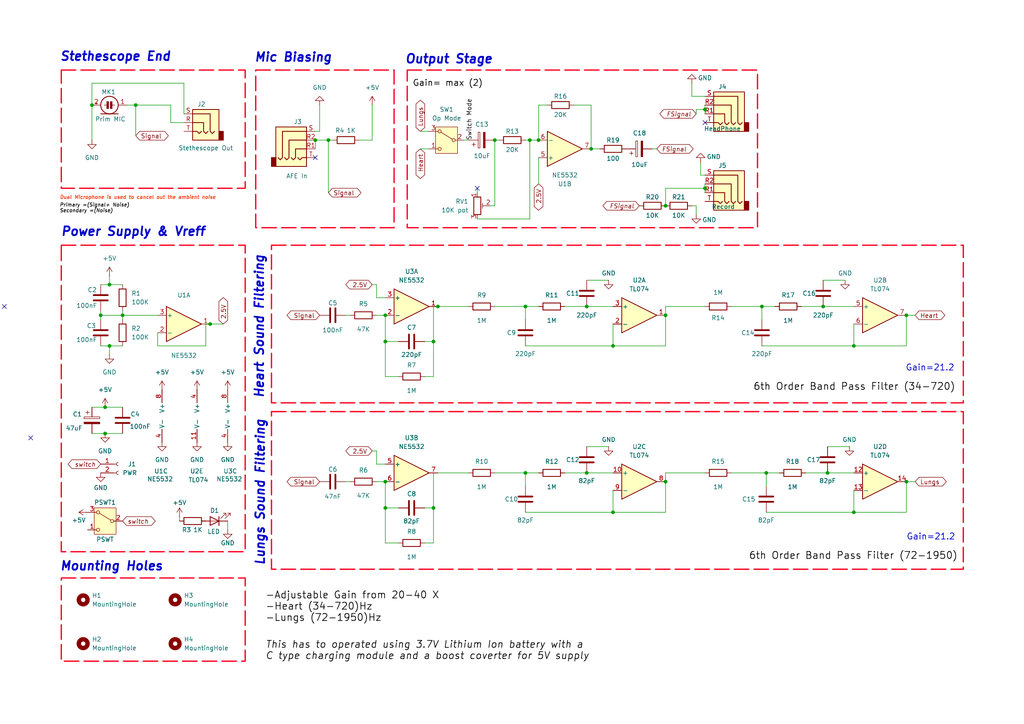
<source format=kicad_sch>
(kicad_sch (version 20231120) (generator "eeschema") (generator_version "8.0")
  (paper "A4")
  (title_block (title "Digital Stethescope") (date "2025-06-12") (rev "1.0") (company "Shreenandan Sahu"))
  (lib_symbols
    (symbol "Amplifier_Operational:NE5532" (pin_names (offset 0.127))
      (property "Reference" "U" (at 0 5.08 0))
      (property "Value" "NE5532" (at 0 -5.08 0))
      (symbol "NE5532_1_1"
        (polyline (pts (xy -5.08 5.08) (xy 5.08 0) (xy -5.08 -5.08) (xy -5.08 5.08)) (stroke (width 0.254)) (fill (type background)))
        (pin output line (at 7.62 0 180) (length 2.54) (name "~") (number "1"))
        (pin input line (at -7.62 -2.54 0) (length 2.54) (name "-") (number "2"))
        (pin input line (at -7.62 2.54 0) (length 2.54) (name "+") (number "3"))
      )
      (symbol "NE5532_2_1"
        (polyline (pts (xy -5.08 5.08) (xy 5.08 0) (xy -5.08 -5.08) (xy -5.08 5.08)) (stroke (width 0.254)) (fill (type background)))
        (pin input line (at -7.62 2.54 0) (length 2.54) (name "+") (number "5"))
        (pin input line (at -7.62 -2.54 0) (length 2.54) (name "-") (number "6"))
        (pin output line (at 7.62 0 180) (length 2.54) (name "~") (number "7"))
      )
      (symbol "NE5532_3_1"
        (pin power_in line (at -2.54 -7.62 90) (length 3.81) (name "V-") (number "4"))
        (pin power_in line (at -2.54 7.62 270) (length 3.81) (name "V+") (number "8"))
      )
    )
    (symbol "Amplifier_Operational:TL074" (pin_names (offset 0.127))
      (property "Reference" "U" (at 0 5.08 0))
      (property "Value" "TL074" (at 0 -5.08 0))
      (symbol "TL074_1_1"
        (polyline (pts (xy -5.08 5.08) (xy 5.08 0) (xy -5.08 -5.08) (xy -5.08 5.08)) (stroke (width 0.254)) (fill (type background)))
        (pin output line (at 7.62 0 180) (length 2.54) (name "~") (number "1"))
        (pin input line (at -7.62 -2.54 0) (length 2.54) (name "-") (number "2"))
        (pin input line (at -7.62 2.54 0) (length 2.54) (name "+") (number "3"))
      )
      (symbol "TL074_2_1"
        (polyline (pts (xy -5.08 5.08) (xy 5.08 0) (xy -5.08 -5.08) (xy -5.08 5.08)) (stroke (width 0.254)) (fill (type background)))
        (pin input line (at -7.62 2.54 0) (length 2.54) (name "+") (number "5"))
        (pin input line (at -7.62 -2.54 0) (length 2.54) (name "-") (number "6"))
        (pin output line (at 7.62 0 180) (length 2.54) (name "~") (number "7"))
      )
      (symbol "TL074_3_1"
        (polyline (pts (xy -5.08 5.08) (xy 5.08 0) (xy -5.08 -5.08) (xy -5.08 5.08)) (stroke (width 0.254)) (fill (type background)))
        (pin input line (at -7.62 2.54 0) (length 2.54) (name "+") (number "10"))
        (pin output line (at 7.62 0 180) (length 2.54) (name "~") (number "8"))
        (pin input line (at -7.62 -2.54 0) (length 2.54) (name "-") (number "9"))
      )
      (symbol "TL074_4_1"
        (polyline (pts (xy -5.08 5.08) (xy 5.08 0) (xy -5.08 -5.08) (xy -5.08 5.08)) (stroke (width 0.254)) (fill (type background)))
        (pin input line (at -7.62 2.54 0) (length 2.54) (name "+") (number "12"))
        (pin input line (at -7.62 -2.54 0) (length 2.54) (name "-") (number "13"))
        (pin output line (at 7.62 0 180) (length 2.54) (name "~") (number "14"))
      )
      (symbol "TL074_5_1"
        (pin power_in line (at -2.54 -7.62 90) (length 3.81) (name "V-") (number "11"))
        (pin power_in line (at -2.54 7.62 270) (length 3.81) (name "V+") (number "4"))
      )
    )
    (symbol "Connector:Conn_01x02_Socket" (pin_names (offset 1.016) hide)
      (property "Reference" "J" (at 0 2.54 0))
      (property "Value" "Conn_01x02_Socket" (at 0 -5.08 0))
      (symbol "Conn_01x02_Socket_1_1"
        (arc (start 0 -2.032) (mid -0.5058 -2.54) (end 0 -3.048) (stroke (width 0.1524)))
        (polyline (pts (xy -1.27 -2.54) (xy -0.508 -2.54)) (stroke (width 0.1524)))
        (polyline (pts (xy -1.27 0) (xy -0.508 0)) (stroke (width 0.1524)))
        (arc (start 0 0.508) (mid -0.5058 0) (end 0 -0.508) (stroke (width 0.1524)))
        (pin passive line (at -5.08 0 0) (length 3.81) (name "Pin_1") (number "1"))
        (pin passive line (at -5.08 -2.54 0) (length 3.81) (name "Pin_2") (number "2"))
      )
    )
    (symbol "Connector_Audio:AudioJack3"
      (property "Reference" "J" (at 0 8.89 0))
      (property "Value" "AudioJack3" (at 0 6.35 0))
      (symbol "AudioJack3_0_1"
        (rectangle (start -5.08 -5.08) (end -6.35 -2.54) (stroke (width 0.254)) (fill (type outline)))
        (polyline (pts (xy 0 -2.54) (xy 0.635 -3.175) (xy 1.27 -2.54) (xy 2.54 -2.54)) (stroke (width 0.254)))
        (polyline (pts (xy -1.905 -2.54) (xy -1.27 -3.175) (xy -0.635 -2.54) (xy -0.635 0) (xy 2.54 0)) (stroke (width 0.254)))
        (polyline (pts (xy 2.54 2.54) (xy -2.54 2.54) (xy -2.54 -2.54) (xy -3.175 -3.175) (xy -3.81 -2.54)) (stroke (width 0.254)))
        (rectangle (start 2.54 3.81) (end -5.08 -5.08) (stroke (width 0.254)) (fill (type background)))
      )
      (symbol "AudioJack3_1_1"
        (pin passive line (at 5.08 0 180) (length 2.54) (name "~") (number "R"))
        (pin passive line (at 5.08 2.54 180) (length 2.54) (name "~") (number "S"))
        (pin passive line (at 5.08 -2.54 180) (length 2.54) (name "~") (number "T"))
      )
    )
    (symbol "Connector_Audio:AudioJack4"
      (property "Reference" "J" (at 0 8.89 0))
      (property "Value" "AudioJack4" (at 0 6.35 0))
      (symbol "AudioJack4_0_1"
        (rectangle (start -6.35 -5.08) (end -7.62 -7.62) (stroke (width 0.254)) (fill (type outline)))
        (polyline (pts (xy 0 -5.08) (xy 0.635 -5.715) (xy 1.27 -5.08) (xy 2.54 -5.08)) (stroke (width 0.254)))
        (polyline (pts (xy -5.715 -5.08) (xy -5.08 -5.715) (xy -4.445 -5.08) (xy -4.445 2.54) (xy 2.54 2.54)) (stroke (width 0.254)))
        (polyline (pts (xy -1.905 -5.08) (xy -1.27 -5.715) (xy -0.635 -5.08) (xy -0.635 -2.54) (xy 2.54 -2.54)) (stroke (width 0.254)))
        (polyline (pts (xy 2.54 0) (xy -2.54 0) (xy -2.54 -5.08) (xy -3.175 -5.715) (xy -3.81 -5.08)) (stroke (width 0.254)))
        (rectangle (start 2.54 3.81) (end -6.35 -7.62) (stroke (width 0.254)) (fill (type background)))
      )
      (symbol "AudioJack4_1_1"
        (pin passive line (at 5.08 -2.54 180) (length 2.54) (name "~") (number "R1"))
        (pin passive line (at 5.08 0 180) (length 2.54) (name "~") (number "R2"))
        (pin passive line (at 5.08 2.54 180) (length 2.54) (name "~") (number "S"))
        (pin passive line (at 5.08 -5.08 180) (length 2.54) (name "~") (number "T"))
      )
    )
    (symbol "Device:C" (pin_numbers hide) (pin_names (offset 0.254))
      (property "Reference" "C" (at 0.635 2.54 0))
      (property "Value" "C" (at 0.635 -2.54 0))
      (symbol "C_0_1"
        (polyline (pts (xy -2.032 -0.762) (xy 2.032 -0.762)) (stroke (width 0.508)))
        (polyline (pts (xy -2.032 0.762) (xy 2.032 0.762)) (stroke (width 0.508)))
      )
      (symbol "C_1_1"
        (pin passive line (at 0 3.81 270) (length 2.794) (name "~") (number "1"))
        (pin passive line (at 0 -3.81 90) (length 2.794) (name "~") (number "2"))
      )
    )
    (symbol "Device:C_Polarized" (pin_numbers hide) (pin_names (offset 0.254))
      (property "Reference" "C" (at 0.635 2.54 0))
      (property "Value" "C_Polarized" (at 0.635 -2.54 0))
      (symbol "C_Polarized_0_1"
        (rectangle (start -2.286 0.508) (end 2.286 1.016))
        (polyline (pts (xy -1.778 2.286) (xy -0.762 2.286)))
        (polyline (pts (xy -1.27 2.794) (xy -1.27 1.778)))
        (rectangle (start 2.286 -0.508) (end -2.286 -1.016) (fill (type outline)))
      )
      (symbol "C_Polarized_1_1"
        (pin passive line (at 0 3.81 270) (length 2.794) (name "~") (number "1"))
        (pin passive line (at 0 -3.81 90) (length 2.794) (name "~") (number "2"))
      )
    )
    (symbol "Device:LED" (pin_numbers hide) (pin_names (offset 1.016) hide)
      (property "Reference" "D" (at 0 2.54 0))
      (property "Value" "LED" (at 0 -2.54 0))
      (symbol "LED_0_1"
        (polyline (pts (xy -1.27 -1.27) (xy -1.27 1.27)) (stroke (width 0.254)))
        (polyline (pts (xy -1.27 0) (xy 1.27 0)))
        (polyline (pts (xy 1.27 -1.27) (xy 1.27 1.27) (xy -1.27 0) (xy 1.27 -1.27)) (stroke (width 0.254)))
        (polyline (pts (xy -3.048 -0.762) (xy -4.572 -2.286) (xy -3.81 -2.286) (xy -4.572 -2.286) (xy -4.572 -1.524)))
        (polyline (pts (xy -1.778 -0.762) (xy -3.302 -2.286) (xy -2.54 -2.286) (xy -3.302 -2.286) (xy -3.302 -1.524)))
      )
      (symbol "LED_1_1"
        (pin passive line (at -3.81 0 0) (length 2.54) (name "K") (number "1"))
        (pin passive line (at 3.81 0 180) (length 2.54) (name "A") (number "2"))
      )
    )
    (symbol "Device:Microphone_Condenser" (pin_names (offset 0.0254) hide)
      (property "Reference" "MK" (at -3.302 1.27 0))
      (property "Value" "Microphone_Condenser" (at -3.302 -0.635 0))
      (symbol "Microphone_Condenser_0_1"
        (polyline (pts (xy -2.54 2.54) (xy -2.54 -2.54)) (stroke (width 0.254)))
        (polyline (pts (xy 0 -0.762) (xy 0 -1.524)))
        (polyline (pts (xy 0 0.762) (xy 0 1.524)))
        (polyline (pts (xy 0.254 3.81) (xy 0.762 3.81)))
        (polyline (pts (xy 0.508 4.064) (xy 0.508 3.556)))
        (circle (center 0 0) (radius 2.54) (stroke (width 0.254)))
        (rectangle (start 1.016 -0.254) (end -1.016 -0.762) (fill (type outline)))
        (rectangle (start 1.016 0.762) (end -1.016 0.254) (fill (type outline)))
      )
      (symbol "Microphone_Condenser_1_1"
        (pin passive line (at 0 -5.08 90) (length 2.54) (name "-") (number "1"))
        (pin passive line (at 0 5.08 270) (length 2.54) (name "+") (number "2"))
      )
    )
    (symbol "Device:R" (pin_numbers hide) (pin_names (offset 0))
      (property "Reference" "R" (at 2.032 0 90))
      (property "Value" "R" (at 0 0 90))
      (symbol "R_0_1"
        (rectangle (start -1.016 -2.54) (end 1.016 2.54) (stroke (width 0.254)))
      )
      (symbol "R_1_1"
        (pin passive line (at 0 3.81 270) (length 1.27) (name "~") (number "1"))
        (pin passive line (at 0 -3.81 90) (length 1.27) (name "~") (number "2"))
      )
    )
    (symbol "Device:R_Potentiometer_Trim" (pin_names (offset 1.016) hide)
      (property "Reference" "RV" (at -4.445 0 90))
      (property "Value" "R_Potentiometer_Trim" (at -2.54 0 90))
      (symbol "R_Potentiometer_Trim_0_1"
        (polyline (pts (xy 1.524 0.762) (xy 1.524 -0.762)))
        (polyline (pts (xy 2.54 0) (xy 1.524 0)))
        (rectangle (start 1.016 2.54) (end -1.016 -2.54) (stroke (width 0.254)))
      )
      (symbol "R_Potentiometer_Trim_1_1"
        (pin passive line (at 0 3.81 270) (length 1.27) (name "1") (number "1"))
        (pin passive line (at 3.81 0 180) (length 1.27) (name "2") (number "2"))
        (pin passive line (at 0 -3.81 90) (length 1.27) (name "3") (number "3"))
      )
    )
    (symbol "Mechanical:MountingHole" (pin_names (offset 1.016)) (exclude_from_sim yes) (in_bom no)
      (property "Reference" "H" (at 0 5.08 0))
      (property "Value" "MountingHole" (at 0 3.175 0))
      (symbol "MountingHole_0_1"
        (circle (center 0 0) (radius 1.27) (stroke (width 1.27)))
      )
    )
    (symbol "Switch:SW_SPDT_321" (pin_names (offset 1) hide)
      (property "Reference" "SW" (at 0 5.08 0))
      (property "Value" "SW_SPDT_321" (at 0 -5.08 0))
      (symbol "SW_SPDT_321_0_1"
        (circle (center -2.032 0) (radius 0.4572))
        (polyline (pts (xy -1.651 0.254) (xy 1.651 2.286)))
        (circle (center 2.032 -2.54) (radius 0.4572))
        (circle (center 2.032 2.54) (radius 0.4572))
      )
      (symbol "SW_SPDT_321_1_1"
        (rectangle (start -3.175 3.81) (end 3.175 -3.81) (fill (type background)))
        (pin passive line (at 5.08 -2.54 180) (length 2.54) (name "C") (number "1"))
        (pin passive line (at -5.08 0 0) (length 2.54) (name "B") (number "2"))
        (pin passive line (at 5.08 2.54 180) (length 2.54) (name "A") (number "3"))
      )
    )
    (symbol "power:+5V" (power) (pin_numbers hide) (pin_names (offset 0) hide)
      (property "Value" "+5V" (at 0 3.556 0))
      (symbol "+5V_0_1"
        (polyline (pts (xy -0.762 1.27) (xy 0 2.54)))
        (polyline (pts (xy 0 0) (xy 0 2.54)))
        (polyline (pts (xy 0 2.54) (xy 0.762 1.27)))
      )
      (symbol "+5V_1_1"
        (pin power_in line (at 0 0 90) (length 0) (name "~") (number "1"))
      )
    )
    (symbol "power:GND" (power) (pin_numbers hide) (pin_names (offset 0) hide)
      (property "Value" "GND" (at 0 -3.81 0))
      (symbol "GND_0_1"
        (polyline (pts (xy 0 0) (xy 0 -1.27) (xy 1.27 -1.27) (xy 0 -2.54) (xy -1.27 -1.27) (xy 0 -1.27)))
      )
      (symbol "GND_1_1"
        (pin power_in line (at 0 0 270) (length 0) (name "~") (number "1"))
      )
    )
  )
  (junction (at 111.76 139.7))
  (junction (at 111.76 99.06))
  (junction (at 177.8 100.33))
  (junction (at 143.51 40.64))
  (junction (at 30.48 118.11))
  (junction (at 26.67 30.48))
  (junction (at 156.21 40.64))
  (junction (at 31.75 82.55))
  (junction (at 95.25 40.64))
  (junction (at 238.76 88.9))
  (junction (at 240.03 137.16))
  (junction (at 152.4 137.16))
  (junction (at 39.37 30.48))
  (junction (at 170.18 88.9))
  (junction (at 30.48 125.73))
  (junction (at 125.73 99.06))
  (junction (at 262.89 91.44))
  (junction (at 204.47 31.75))
  (junction (at 153.67 40.64))
  (junction (at 193.04 139.7))
  (junction (at 91.44 40.64))
  (junction (at 29.21 91.44))
  (junction (at 204.47 54.61))
  (junction (at 247.65 100.33))
  (junction (at 35.56 91.44))
  (junction (at 220.98 88.9))
  (junction (at 152.4 88.9))
  (junction (at 111.76 91.44))
  (junction (at 247.65 148.59))
  (junction (at 31.75 100.33))
  (junction (at 111.76 147.32))
  (junction (at 193.04 59.69))
  (junction (at 170.18 137.16))
  (junction (at 177.8 148.59))
  (junction (at 262.89 139.7))
  (junction (at 193.04 91.44))
  (junction (at 171.45 43.18))
  (junction (at 60.96 93.98))
  (junction (at 125.73 147.32))
  (junction (at 127 88.9))
  (junction (at 222.25 137.16))
  (no_connect (at 1.27 88.9))
  (no_connect (at 91.44 45.72))
  (no_connect (at 204.47 35.56))
  (no_connect (at 8.89 127))
  (no_connect (at 138.43 54.61))
  (wire (pts (xy 31.75 80.01) (xy 31.75 82.55)))
  (wire (pts (xy 35.56 91.44) (xy 45.72 91.44)))
  (wire (pts (xy 30.48 118.11) (xy 35.56 118.11)))
  (wire (pts (xy 152.4 137.16) (xy 152.4 140.97)))
  (wire (pts (xy 204.47 137.16) (xy 193.04 137.16)))
  (wire (pts (xy 170.18 88.9) (xy 163.83 88.9)))
  (wire (pts (xy 201.93 33.02) (xy 201.93 31.75)))
  (wire (pts (xy 49.53 30.48) (xy 49.53 35.56)))
  (wire (pts (xy 262.89 139.7) (xy 265.43 139.7)))
  (wire (pts (xy 166.37 30.48) (xy 171.45 30.48)))
  (wire (pts (xy 247.65 148.59) (xy 247.65 142.24)))
  (wire (pts (xy 31.75 82.55) (xy 35.56 82.55)))
  (wire (pts (xy 36.83 30.48) (xy 39.37 30.48)))
  (wire (pts (xy 26.67 30.48) (xy 26.67 24.13)))
  (wire (pts (xy 262.89 139.7) (xy 262.89 148.59)))
  (wire (pts (xy 45.72 96.52) (xy 45.72 100.33)))
  (wire (pts (xy 59.69 100.33) (xy 59.69 93.98)))
  (wire (pts (xy 138.43 54.61) (xy 138.43 55.88)))
  (wire (pts (xy 109.22 91.44) (xy 111.76 91.44)))
  (wire (pts (xy 107.95 30.48) (xy 107.95 40.64)))
  (wire (pts (xy 170.18 81.28) (xy 176.53 81.28)))
  (wire (pts (xy 171.45 30.48) (xy 171.45 43.18)))
  (wire (pts (xy 115.57 157.48) (xy 111.76 157.48)))
  (wire (pts (xy 109.22 139.7) (xy 111.76 139.7)))
  (wire (pts (xy 101.6 91.44) (xy 100.33 91.44)))
  (wire (pts (xy 170.18 137.16) (xy 177.8 137.16)))
  (wire (pts (xy 224.79 88.9) (xy 220.98 88.9)))
  (wire (pts (xy 220.98 88.9) (xy 212.09 88.9)))
  (wire (pts (xy 170.18 88.9) (xy 177.8 88.9)))
  (wire (pts (xy 203.2 46.99) (xy 203.2 50.8)))
  (wire (pts (xy 26.67 40.64) (xy 26.67 30.48)))
  (wire (pts (xy 26.67 118.11) (xy 30.48 118.11)))
  (wire (pts (xy 134.62 40.64) (xy 135.89 40.64)))
  (wire (pts (xy 125.73 147.32) (xy 125.73 137.16)))
  (wire (pts (xy 115.57 147.32) (xy 111.76 147.32)))
  (wire (pts (xy 121.92 43.18) (xy 124.46 43.18)))
  (wire (pts (xy 238.76 88.9) (xy 232.41 88.9)))
  (wire (pts (xy 109.22 130.81) (xy 107.95 130.81)))
  (wire (pts (xy 143.51 40.64) (xy 143.51 59.69)))
  (wire (pts (xy 95.25 55.88) (xy 95.25 40.64)))
  (wire (pts (xy 31.75 100.33) (xy 31.75 102.87)))
  (wire (pts (xy 193.04 137.16) (xy 193.04 139.7)))
  (wire (pts (xy 177.8 100.33) (xy 193.04 100.33)))
  (wire (pts (xy 201.93 59.69) (xy 201.93 62.23)))
  (wire (pts (xy 109.22 82.55) (xy 107.95 82.55)))
  (wire (pts (xy 29.21 91.44) (xy 29.21 92.71)))
  (wire (pts (xy 109.22 82.55) (xy 109.22 86.36)))
  (wire (pts (xy 156.21 88.9) (xy 152.4 88.9)))
  (wire (pts (xy 125.73 157.48) (xy 125.73 147.32)))
  (wire (pts (xy 204.47 53.34) (xy 204.47 54.61)))
  (wire (pts (xy 35.56 91.44) (xy 35.56 92.71)))
  (wire (pts (xy 143.51 137.16) (xy 152.4 137.16)))
  (wire (pts (xy 156.21 45.72) (xy 156.21 53.34)))
  (wire (pts (xy 125.73 99.06) (xy 125.73 88.9)))
  (wire (pts (xy 233.68 137.16) (xy 240.03 137.16)))
  (wire (pts (xy 152.4 88.9) (xy 143.51 88.9)))
  (wire (pts (xy 158.75 30.48) (xy 156.21 30.48)))
  (wire (pts (xy 142.24 59.69) (xy 143.51 59.69)))
  (wire (pts (xy 200.66 24.13) (xy 200.66 27.94)))
  (wire (pts (xy 204.47 31.75) (xy 204.47 33.02)))
  (wire (pts (xy 240.03 137.16) (xy 247.65 137.16)))
  (wire (pts (xy 238.76 81.28) (xy 245.11 81.28)))
  (wire (pts (xy 115.57 99.06) (xy 111.76 99.06)))
  (wire (pts (xy 203.2 50.8) (xy 204.47 50.8)))
  (wire (pts (xy 189.23 43.18) (xy 190.5 43.18)))
  (wire (pts (xy 52.07 149.86) (xy 52.07 151.13)))
  (wire (pts (xy 212.09 137.16) (xy 222.25 137.16)))
  (wire (pts (xy 123.19 99.06) (xy 125.73 99.06)))
  (wire (pts (xy 204.47 54.61) (xy 193.04 54.61)))
  (wire (pts (xy 171.45 43.18) (xy 173.99 43.18)))
  (wire (pts (xy 204.47 88.9) (xy 193.04 88.9)))
  (wire (pts (xy 262.89 91.44) (xy 262.89 100.33)))
  (wire (pts (xy 193.04 148.59) (xy 177.8 148.59)))
  (wire (pts (xy 123.19 109.22) (xy 125.73 109.22)))
  (wire (pts (xy 152.4 40.64) (xy 153.67 40.64)))
  (wire (pts (xy 111.76 99.06) (xy 111.76 109.22)))
  (wire (pts (xy 200.66 27.94) (xy 204.47 27.94)))
  (wire (pts (xy 45.72 100.33) (xy 59.69 100.33)))
  (wire (pts (xy 91.44 40.64) (xy 91.44 43.18)))
  (wire (pts (xy 177.8 148.59) (xy 177.8 142.24)))
  (wire (pts (xy 121.92 38.1) (xy 124.46 38.1)))
  (wire (pts (xy 193.04 88.9) (xy 193.04 91.44)))
  (wire (pts (xy 29.21 90.17) (xy 29.21 91.44)))
  (wire (pts (xy 92.71 38.1) (xy 91.44 38.1)))
  (wire (pts (xy 26.67 125.73) (xy 30.48 125.73)))
  (wire (pts (xy 49.53 35.56) (xy 53.34 35.56)))
  (wire (pts (xy 153.67 40.64) (xy 153.67 63.5)))
  (wire (pts (xy 59.69 93.98) (xy 60.96 93.98)))
  (wire (pts (xy 29.21 100.33) (xy 31.75 100.33)))
  (wire (pts (xy 262.89 100.33) (xy 247.65 100.33)))
  (wire (pts (xy 125.73 109.22) (xy 125.73 99.06)))
  (wire (pts (xy 39.37 30.48) (xy 49.53 30.48)))
  (wire (pts (xy 240.03 129.54) (xy 246.38 129.54)))
  (wire (pts (xy 193.04 100.33) (xy 193.04 91.44)))
  (wire (pts (xy 29.21 82.55) (xy 31.75 82.55)))
  (wire (pts (xy 91.44 40.64) (xy 95.25 40.64)))
  (wire (pts (xy 152.4 137.16) (xy 156.21 137.16)))
  (wire (pts (xy 92.71 30.48) (xy 92.71 38.1)))
  (wire (pts (xy 109.22 134.62) (xy 111.76 134.62)))
  (wire (pts (xy 95.25 40.64) (xy 96.52 40.64)))
  (wire (pts (xy 222.25 137.16) (xy 226.06 137.16)))
  (wire (pts (xy 201.93 31.75) (xy 204.47 31.75)))
  (wire (pts (xy 60.96 93.98) (xy 64.77 93.98)))
  (wire (pts (xy 26.67 24.13) (xy 53.34 24.13)))
  (wire (pts (xy 222.25 137.16) (xy 222.25 140.97)))
  (wire (pts (xy 152.4 148.59) (xy 177.8 148.59)))
  (wire (pts (xy 262.89 148.59) (xy 247.65 148.59)))
  (wire (pts (xy 109.22 86.36) (xy 111.76 86.36)))
  (wire (pts (xy 31.75 100.33) (xy 35.56 100.33)))
  (wire (pts (xy 143.51 40.64) (xy 144.78 40.64)))
  (wire (pts (xy 39.37 30.48) (xy 39.37 39.37)))
  (wire (pts (xy 127 137.16) (xy 135.89 137.16)))
  (wire (pts (xy 109.22 130.81) (xy 109.22 134.62)))
  (wire (pts (xy 152.4 100.33) (xy 177.8 100.33)))
  (wire (pts (xy 53.34 24.13) (xy 53.34 33.02)))
  (wire (pts (xy 156.21 30.48) (xy 156.21 40.64)))
  (wire (pts (xy 58.42 151.13) (xy 59.69 151.13)))
  (wire (pts (xy 204.47 54.61) (xy 204.47 55.88)))
  (wire (pts (xy 111.76 91.44) (xy 111.76 99.06)))
  (wire (pts (xy 262.89 91.44) (xy 265.43 91.44)))
  (wire (pts (xy 204.47 30.48) (xy 204.47 31.75)))
  (wire (pts (xy 29.21 91.44) (xy 35.56 91.44)))
  (wire (pts (xy 115.57 109.22) (xy 111.76 109.22)))
  (wire (pts (xy 66.04 153.67) (xy 66.04 151.13)))
  (wire (pts (xy 222.25 148.59) (xy 247.65 148.59)))
  (wire (pts (xy 201.93 59.69) (xy 200.66 59.69)))
  (wire (pts (xy 152.4 92.71) (xy 152.4 88.9)))
  (wire (pts (xy 220.98 100.33) (xy 247.65 100.33)))
  (wire (pts (xy 125.73 88.9) (xy 127 88.9)))
  (wire (pts (xy 135.89 88.9) (xy 127 88.9)))
  (wire (pts (xy 104.14 40.64) (xy 107.95 40.64)))
  (wire (pts (xy 220.98 92.71) (xy 220.98 88.9)))
  (wire (pts (xy 35.56 90.17) (xy 35.56 91.44)))
  (wire (pts (xy 30.48 125.73) (xy 35.56 125.73)))
  (wire (pts (xy 138.43 63.5) (xy 153.67 63.5)))
  (wire (pts (xy 123.19 147.32) (xy 125.73 147.32)))
  (wire (pts (xy 111.76 139.7) (xy 111.76 147.32)))
  (wire (pts (xy 177.8 93.98) (xy 177.8 100.33)))
  (wire (pts (xy 163.83 137.16) (xy 170.18 137.16)))
  (wire (pts (xy 170.18 129.54) (xy 176.53 129.54)))
  (wire (pts (xy 193.04 139.7) (xy 193.04 148.59)))
  (wire (pts (xy 247.65 93.98) (xy 247.65 100.33)))
  (wire (pts (xy 153.67 40.64) (xy 156.21 40.64)))
  (wire (pts (xy 238.76 88.9) (xy 247.65 88.9)))
  (wire (pts (xy 101.6 139.7) (xy 100.33 139.7)))
  (wire (pts (xy 193.04 54.61) (xy 193.04 59.69)))
  (wire (pts (xy 111.76 147.32) (xy 111.76 157.48)))
  (wire (pts (xy 123.19 157.48) (xy 125.73 157.48)))
  (rectangle (start 78.74 119.38) (end 279.4 165.1) (stroke (width 0.381) (type dash) (color 255 0 32 1)))
  (rectangle (start 17.78 71.12) (end 71.12 160.02) (stroke (width 0.381) (type dash) (color 255 0 32 1)))
  (rectangle (start 78.74 71.12) (end 279.4 116.84) (stroke (width 0.381) (type dash) (color 255 0 32 1)))
  (rectangle (start 74.168 20.32) (end 114.3 66.04) (stroke (width 0.381) (type dash) (color 255 0 32 1)))
  (rectangle (start 118.11 20.32) (end 219.71 66.04) (stroke (width 0.381) (type dash) (color 255 0 32 1)))
  (rectangle (start 17.78 20.32) (end 71.12 54.61) (stroke (width 0.381) (type dash) (color 255 0 32 1)))
  (rectangle (start 17.78 167.64) (end 71.12 191.77) (stroke (width 0.381) (type dash) (color 255 0 32 1)))
  (text "Heart Sound Filtering\n" (at 75.184 115.824 90) (effects (font (size 2.54 2.54) (thickness 0.508) (bold yes) (italic yes)) (justify left)))
  (text "This has to operated using 3.7V Lithium Ion battery with a\nC type charging module and a boost coverter for 5V supply" (at 76.962 188.722 0) (effects (font (size 2.032 2.032) (thickness 0.2032) (bold yes) (italic yes)) (justify left)))
  (text "Gain= max (2)\n\n" (at 119.634 25.654 0) (effects (font (size 1.778 1.778) (thickness 0.2032) (bold yes)) (justify left)))
  (text "Mounting Holes" (at 17.272 164.338 0) (effects (font (size 2.54 2.54) (thickness 0.508) (bold yes) (italic yes)) (justify left)))
  (text "Gain=21.2\n\n" (at 262.636 108.204 0) (effects (font (size 1.778 1.778) (thickness 0.2032) (bold yes)) (justify left)))
  (text "6th Order Band Pass Filter (72-1950)" (at 217.17 161.29 0) (effects (font (size 2.032 2.032) (thickness 0.2032) (bold yes)) (justify left)))
  (text "Primary =(Signal+ Noise)\nSecondary =(Noise)" (at 17.272 60.452 0) (effects (font (size 1.016 1.016) (italic yes)) (justify left)))
  (text "6th Order Band Pass Filter (34-720)" (at 218.44 112.268 0) (effects (font (size 2.032 2.032) (thickness 0.2032) (bold yes)) (justify left)))
  (text "Output Stage" (at 117.348 17.272 0) (effects (font (size 2.54 2.54) (thickness 0.508) (bold yes) (italic yes)) (justify left)))
  (text "Lungs Sound Filtering\n" (at 75.438 164.338 90) (effects (font (size 2.54 2.54) (thickness 0.508) (bold yes) (italic yes)) (justify left)))
  (text "Stethescope End\n" (at 17.272 16.51 0) (effects (font (size 2.54 2.54) (thickness 0.508) (bold yes) (italic yes)) (justify left)))
  (text "Power Supply & Vreff\n" (at 17.526 67.31 0) (effects (font (size 2.54 2.54) (thickness 0.508) (bold yes) (italic yes)) (justify left)))
  (text "-Adjustable Gain from 20-40 X\n-Heart (34-720)Hz\n-Lungs (72-1950)Hz\n" (at 76.962 176.022 0) (effects (font (size 2.032 2.032) (thickness 0.2032) (bold yes)) (justify left)))
  (text "Gain=21.2\n\n" (at 262.89 157.226 0) (effects (font (size 1.778 1.778) (thickness 0.2032) (bold yes)) (justify left)))
  (text "Dual Microphone is used to cancel out the ambient noise " (at 17.272 57.404 0) (effects (font (size 1.016 1.016) (thickness 0.2032) (bold yes) (italic yes)) (justify left)))
  (text "Mic Biasing\n" (at 73.66 16.764 0) (effects (font (size 2.54 2.54) (thickness 0.508) (bold yes) (italic yes)) (justify left)))
  (label "Switch Mode" (at 137.16 40.64 90))
  (global_label "Heart" (shape bidirectional) (at 121.92 43.18 270) (property "Intersheetrefs" "${INTERSHEET_REFS}" (effects (hide yes))))
  (global_label "Signal" (shape bidirectional) (at 92.71 91.44 180) (property "Intersheetrefs" "${INTERSHEET_REFS}" (effects (hide yes))))
  (global_label "FSignal" (shape bidirectional) (at 185.42 59.69 180) (effects (font (italic yes))) (property "Intersheetrefs" "${INTERSHEET_REFS}" (effects (hide yes))))
  (global_label "2.5V" (shape bidirectional) (at 107.95 130.81 180) (property "Intersheetrefs" "${INTERSHEET_REFS}" (effects (hide yes))))
  (global_label "2.5V" (shape bidirectional) (at 107.95 82.55 180) (property "Intersheetrefs" "${INTERSHEET_REFS}" (effects (hide yes))))
  (global_label "FSignal" (shape bidirectional) (at 201.93 33.02 180) (effects (font (italic yes))) (property "Intersheetrefs" "${INTERSHEET_REFS}" (effects (hide yes))))
  (global_label "Lungs" (shape bidirectional) (at 121.92 38.1 90) (property "Intersheetrefs" "${INTERSHEET_REFS}" (effects (hide yes))))
  (global_label "switch" (shape bidirectional) (at 35.56 151.13 0) (effects (font (italic yes))) (property "Intersheetrefs" "${INTERSHEET_REFS}" (effects (hide yes))))
  (global_label "FSignal" (shape bidirectional) (at 190.5 43.18 0) (effects (font (italic yes))) (property "Intersheetrefs" "${INTERSHEET_REFS}" (effects (hide yes))))
  (global_label "Signal" (shape bidirectional) (at 95.25 55.88 0) (property "Intersheetrefs" "${INTERSHEET_REFS}" (effects (hide yes))))
  (global_label "Signal" (shape bidirectional) (at 92.71 139.7 180) (property "Intersheetrefs" "${INTERSHEET_REFS}" (effects (hide yes))))
  (global_label "Lungs" (shape bidirectional) (at 265.43 139.7 0) (property "Intersheetrefs" "${INTERSHEET_REFS}" (effects (hide yes))))
  (global_label "2.5V" (shape bidirectional) (at 64.77 93.98 90) (property "Intersheetrefs" "${INTERSHEET_REFS}" (effects (hide yes))))
  (global_label "switch" (shape bidirectional) (at 29.21 134.62 180) (effects (font (italic yes))) (property "Intersheetrefs" "${INTERSHEET_REFS}" (effects (hide yes))))
  (global_label "Heart" (shape bidirectional) (at 265.43 91.44 0) (property "Intersheetrefs" "${INTERSHEET_REFS}" (effects (hide yes))))
  (global_label "2.5V" (shape bidirectional) (at 156.21 53.34 270) (property "Intersheetrefs" "${INTERSHEET_REFS}" (effects (hide yes))))
  (global_label "Signal" (shape bidirectional) (at 39.37 39.37 0) (property "Intersheetrefs" "${INTERSHEET_REFS}" (effects (hide yes))))
  (symbol (lib_id "Device:C") (at 170.18 85.09 180) (unit 1)
    (property "Reference" "C11" (at 166.116 85.09 0))
    (property "Value" "220pF" (at 170.18 91.44 0))
    (property "Footprint" "Capacitor_SMD:C_0805_2012Metric_Pad1.18x1.45mm_HandSolder" (effects (hide yes)))
    (property "Description" "Unpolarized capacitor" (effects (hide yes)))
  )
  (symbol (lib_id "Amplifier_Operational:NE5532") (at 119.38 137.16 0) (unit 2)
    (property "Reference" "U3" (at 119.38 127 0))
    (property "Value" "NE5532" (at 119.38 129.54 0))
    (property "Footprint" "Package_SO:SOIC-8_3.9x4.9mm_P1.27mm" (effects (hide yes)))
    (property "Datasheet" "http://www.ti.com/lit/ds/symlink/ne5532.pdf" (effects (hide yes)))
    (property "Description" "Dual Low-Noise Operational Amplifiers, DIP-8/SOIC-8" (effects (hide yes)))
  )
  (symbol (lib_id "Amplifier_Operational:TL074") (at 185.42 91.44 0) (unit 1)
    (property "Reference" "U2" (at 185.42 81.28 0))
    (property "Value" "TL074" (at 185.42 83.82 0))
    (property "Footprint" "Package_SO:SOIC-14_3.9x8.7mm_P1.27mm" (effects (hide yes)))
    (property "Datasheet" "http://www.ti.com/lit/ds/symlink/tl071.pdf" (effects (hide yes)))
    (property "Description" "Quad Low-Noise JFET-Input Operational Amplifiers, DIP-14/SOIC-14" (effects (hide yes)))
  )
  (symbol (lib_id "Device:C") (at 29.21 86.36 0) (unit 1)
    (property "Reference" "C2" (at 25.4 84.074 0) (effects (justify left)))
    (property "Value" "100nF" (at 22.098 88.646 0) (effects (justify left)))
    (property "Footprint" "Capacitor_SMD:C_0805_2012Metric_Pad1.18x1.45mm_HandSolder" (effects (hide yes)))
    (property "Description" "Unpolarized capacitor" (effects (hide yes)))
  )
  (symbol (lib_id "power:GND") (at 57.15 128.27 0) (unit 1)
    (property "Reference" "#PWR012" (effects (hide yes)))
    (property "Value" "GND" (at 57.15 133.35 0))
    (property "Description" "Power symbol creates a global label with name \"GND\" , ground" (effects (hide yes)))
  )
  (symbol (lib_id "Connector:Conn_01x02_Socket") (at 34.29 134.62 0) (unit 1)
    (property "Reference" "J1" (at 37.084 134.62 0) (effects (justify left)))
    (property "Value" "PWR" (at 35.56 137.1599 0) (effects (justify left)))
    (property "Footprint" "Connector_PinSocket_2.54mm:PinSocket_1x02_P2.54mm_Vertical" (effects (hide yes)))
    (property "Description" "Generic connector, single row, 01x02, script generated" (effects (hide yes)))
  )
  (symbol (lib_id "Device:R") (at 35.56 96.52 0) (unit 1)
    (property "Reference" "R2" (at 38.1 95.2499 0) (effects (justify left)))
    (property "Value" "100K" (at 38.1 97.7899 0) (effects (justify left)))
    (property "Footprint" "Resistor_SMD:R_0805_2012Metric_Pad1.20x1.40mm_HandSolder" (effects (hide yes)))
    (property "Description" "Resistor" (effects (hide yes)))
  )
  (symbol (lib_id "Mechanical:MountingHole") (at 50.8 186.69 0) (unit 1) (exclude_from_sim yes) (in_bom no)
    (property "Reference" "H4" (at 53.34 185.4199 0) (effects (justify left)))
    (property "Value" "MountingHole" (at 53.34 187.9599 0) (effects (justify left)))
    (property "Footprint" "MountingHole:MountingHole_2.1mm" (effects (hide yes)))
    (property "Description" "Mounting Hole without connection" (effects (hide yes)))
  )
  (symbol (lib_id "power:GND") (at 201.93 62.23 0) (unit 1)
    (property "Reference" "#PWR023" (effects (hide yes)))
    (property "Value" "GND" (at 205.74 63.754 0))
    (property "Description" "Power symbol creates a global label with name \"GND\" , ground" (effects (hide yes)))
  )
  (symbol (lib_id "Device:R") (at 100.33 40.64 90) (unit 1)
    (property "Reference" "R4" (at 98.552 37.846 90))
    (property "Value" "1K" (at 101.854 37.846 90))
    (property "Footprint" "Resistor_SMD:R_0805_2012Metric_Pad1.20x1.40mm_HandSolder" (effects (hide yes)))
    (property "Description" "Resistor" (effects (hide yes)))
  )
  (symbol (lib_id "Device:R") (at 189.23 59.69 90) (unit 1)
    (property "Reference" "R20" (at 189.23 57.15 90))
    (property "Value" "10K" (at 189.23 62.484 90))
    (property "Footprint" "Resistor_SMD:R_0805_2012Metric_Pad1.20x1.40mm_HandSolder" (effects (hide yes)))
    (property "Description" "Resistor" (effects (hide yes)))
  )
  (symbol (lib_id "Switch:SW_SPDT_321") (at 30.48 151.13 0) (mirror y) (unit 1)
    (property "Reference" "PSWT1" (at 30.4807 145.7367 0))
    (property "Value" "PSWT" (at 30.48 156.464 0))
    (property "Footprint" "Button_Switch_THT:SW_Slide_SPDT_Angled_CK_OS102011MA1Q" (effects (hide yes)))
    (property "Description" "Switch, single pole double throw" (effects (hide yes)))
  )
  (symbol (lib_id "power:GND") (at 200.66 24.13 0) (mirror x) (unit 1)
    (property "Reference" "#PWR022" (effects (hide yes)))
    (property "Value" "GND" (at 204.47 22.606 0))
    (property "Description" "Power symbol creates a global label with name \"GND\" , ground" (effects (hide yes)))
  )
  (symbol (lib_id "Amplifier_Operational:NE5532") (at 53.34 93.98 0) (unit 1)
    (property "Reference" "U1" (at 53.34 85.598 0))
    (property "Value" "NE5532" (at 53.34 103.124 0))
    (property "Footprint" "Package_SO:SOIC-8_3.9x4.9mm_P1.27mm" (effects (hide yes)))
    (property "Datasheet" "http://www.ti.com/lit/ds/symlink/ne5532.pdf" (effects (hide yes)))
    (property "Description" "Dual Low-Noise Operational Amplifiers, DIP-8/SOIC-8" (effects (hide yes)))
  )
  (symbol (lib_id "Device:C") (at 29.21 96.52 0) (unit 1)
    (property "Reference" "C3" (at 25.146 94.488 0) (effects (justify left)))
    (property "Value" "100nF" (at 22.098 98.552 0) (effects (justify left)))
    (property "Footprint" "Capacitor_SMD:C_0805_2012Metric_Pad1.18x1.45mm_HandSolder" (effects (hide yes)))
    (property "Description" "Unpolarized capacitor" (effects (hide yes)))
  )
  (symbol (lib_id "Device:C") (at 35.56 121.92 0) (unit 1)
    (property "Reference" "C4" (at 37.846 120.142 0) (effects (justify left)))
    (property "Value" "100nF" (at 37.592 123.698 0) (effects (justify left)))
    (property "Footprint" "Capacitor_SMD:C_0805_2012Metric_Pad1.18x1.45mm_HandSolder" (effects (hide yes)))
    (property "Description" "Unpolarized capacitor" (effects (hide yes)))
  )
  (symbol (lib_id "Device:R") (at 35.56 86.36 0) (unit 1)
    (property "Reference" "R1" (at 38.1 85.0899 0) (effects (justify left)))
    (property "Value" "100K" (at 38.1 87.6299 0) (effects (justify left)))
    (property "Footprint" "Resistor_SMD:R_0805_2012Metric_Pad1.20x1.40mm_HandSolder" (effects (hide yes)))
    (property "Description" "Resistor" (effects (hide yes)))
  )
  (symbol (lib_id "power:GND") (at 26.67 40.64 0) (mirror y) (unit 1)
    (property "Reference" "#PWR02" (effects (hide yes)))
    (property "Value" "GND" (at 26.67 45.72 0))
    (property "Description" "Power symbol creates a global label with name \"GND\" , ground" (effects (hide yes)))
  )
  (symbol (lib_id "power:GND") (at 66.04 128.27 0) (unit 1)
    (property "Reference" "#PWR014" (effects (hide yes)))
    (property "Value" "GND" (at 66.04 133.35 0))
    (property "Description" "Power symbol creates a global label with name \"GND\" , ground" (effects (hide yes)))
  )
  (symbol (lib_id "Switch:SW_SPDT_321") (at 129.54 40.64 0) (mirror y) (unit 1)
    (property "Reference" "SW1" (at 129.54 31.75 0))
    (property "Value" "Op Mode" (at 129.54 34.29 0))
    (property "Footprint" "Button_Switch_THT:SW_Slide_SPDT_Angled_CK_OS102011MA1Q" (effects (hide yes)))
    (property "Description" "Switch, single pole double throw" (effects (hide yes)))
  )
  (symbol (lib_id "Device:C") (at 119.38 147.32 90) (unit 1)
    (property "Reference" "C8" (at 119.38 143.256 90))
    (property "Value" "82pF" (at 119.38 151.13 90))
    (property "Footprint" "Capacitor_SMD:C_0805_2012Metric_Pad1.18x1.45mm_HandSolder" (effects (hide yes)))
    (property "Description" "Unpolarized capacitor" (effects (hide yes)))
  )
  (symbol (lib_id "Device:C_Polarized") (at 26.67 121.92 0) (unit 1)
    (property "Reference" "C1" (at 21.082 120.142 0) (effects (justify left)))
    (property "Value" "47uF" (at 19.05 124.206 0) (effects (justify left)))
    (property "Footprint" "Capacitor_SMD:CP_Elec_6.3x5.4" (effects (hide yes)))
    (property "Description" "Polarized capacitor" (effects (hide yes)))
  )
  (symbol (lib_id "Device:Microphone_Condenser") (at 31.75 30.48 90) (unit 1) (on_board no)
    (property "Reference" "MK1" (at 31.496 26.67 90))
    (property "Value" "Prim MIC" (at 32.004 34.544 90))
    (property "Description" "Condenser microphone" (effects (hide yes)))
  )
  (symbol (lib_id "power:GND") (at 176.53 129.54 0) (unit 1)
    (property "Reference" "#PWR019" (effects (hide yes)))
    (property "Value" "GND" (at 176.53 127.508 0))
    (property "Description" "Power symbol creates a global label with name \"GND\" , ground" (effects (hide yes)))
  )
  (symbol (lib_id "Device:C") (at 222.25 144.78 180) (unit 1)
    (property "Reference" "C15" (at 217.17 144.78 0))
    (property "Value" "82pF" (at 222.25 150.876 0))
    (property "Footprint" "Capacitor_SMD:C_0805_2012Metric_Pad1.18x1.45mm_HandSolder" (effects (hide yes)))
    (property "Description" "Unpolarized capacitor" (effects (hide yes)))
  )
  (symbol (lib_id "power:GND") (at 30.48 125.73 0) (unit 1)
    (property "Reference" "#PWR05" (effects (hide yes)))
    (property "Value" "GND" (at 30.48 130.81 0))
    (property "Description" "Power symbol creates a global label with name \"GND\" , ground" (effects (hide yes)))
  )
  (symbol (lib_id "Amplifier_Operational:TL074") (at 255.27 139.7 0) (unit 4)
    (property "Reference" "U2" (at 255.27 129.54 0))
    (property "Value" "TL074" (at 255.27 132.08 0))
    (property "Footprint" "Package_SO:SOIC-14_3.9x8.7mm_P1.27mm" (effects (hide yes)))
    (property "Datasheet" "http://www.ti.com/lit/ds/symlink/tl071.pdf" (effects (hide yes)))
    (property "Description" "Quad Low-Noise JFET-Input Operational Amplifiers, DIP-14/SOIC-14" (effects (hide yes)))
  )
  (symbol (lib_id "Device:R") (at 119.38 109.22 90) (unit 1)
    (property "Reference" "R7" (at 119.38 105.918 90))
    (property "Value" "1M" (at 119.38 113.284 90))
    (property "Footprint" "Resistor_SMD:R_0805_2012Metric_Pad1.20x1.40mm_HandSolder" (effects (hide yes)))
    (property "Description" "Resistor" (effects (hide yes)))
  )
  (symbol (lib_id "Amplifier_Operational:NE5532") (at 68.58 120.65 0) (unit 3)
    (property "Reference" "U3" (at 64.77 136.652 0) (effects (justify left)))
    (property "Value" "NE5532" (at 62.738 138.938 0) (effects (justify left)))
    (property "Footprint" "Package_SO:SOIC-8_3.9x4.9mm_P1.27mm" (effects (hide yes)))
    (property "Datasheet" "http://www.ti.com/lit/ds/symlink/ne5532.pdf" (effects (hide yes)))
    (property "Description" "Dual Low-Noise Operational Amplifiers, DIP-8/SOIC-8" (effects (hide yes)))
  )
  (symbol (lib_id "power:+5V") (at 25.4 148.59 90) (unit 1)
    (property "Reference" "#PWR01" (effects (hide yes)))
    (property "Value" "+5V" (at 24.892 150.876 90) (effects (justify left)))
    (property "Description" "Power symbol creates a global label with name \"+5V\"" (effects (hide yes)))
  )
  (symbol (lib_id "power:+5V") (at 31.75 80.01 0) (unit 1)
    (property "Reference" "#PWR06" (effects (hide yes)))
    (property "Value" "+5V" (at 31.75 74.93 0))
    (property "Description" "Power symbol creates a global label with name \"+5V\"" (effects (hide yes)))
  )
  (symbol (lib_id "Device:R_Potentiometer_Trim") (at 138.43 59.69 0) (unit 1)
    (property "Reference" "RV1" (at 135.89 58.4199 0) (effects (justify right)))
    (property "Value" "10K pot" (at 135.89 60.9599 0) (effects (justify right)))
    (property "Footprint" "Potentiometer_THT:Potentiometer_Bourns_3296W_Vertical" (effects (hide yes)))
    (property "Description" "Trim-potentiometer" (effects (hide yes)))
  )
  (symbol (lib_id "power:GND") (at 92.71 30.48 180) (unit 1)
    (property "Reference" "#PWR016" (effects (hide yes)))
    (property "Value" "GND" (at 92.71 25.4 0))
    (property "Description" "Power symbol creates a global label with name \"GND\" , ground" (effects (hide yes)))
  )
  (symbol (lib_id "Amplifier_Operational:NE5532") (at 49.53 120.65 0) (unit 3)
    (property "Reference" "U1" (at 44.704 136.652 0) (effects (justify left)))
    (property "Value" "NE5532" (at 42.672 138.938 0) (effects (justify left)))
    (property "Footprint" "Package_SO:SOIC-8_3.9x4.9mm_P1.27mm" (effects (hide yes)))
    (property "Datasheet" "http://www.ti.com/lit/ds/symlink/ne5532.pdf" (effects (hide yes)))
    (property "Description" "Dual Low-Noise Operational Amplifiers, DIP-8/SOIC-8" (effects (hide yes)))
  )
  (symbol (lib_id "Device:R") (at 139.7 137.16 90) (unit 1)
    (property "Reference" "R10" (at 139.7 133.858 90))
    (property "Value" "1M" (at 139.7 141.224 90))
    (property "Footprint" "Resistor_SMD:R_0805_2012Metric_Pad1.20x1.40mm_HandSolder" (effects (hide yes)))
    (property "Description" "Resistor" (effects (hide yes)))
  )
  (symbol (lib_id "power:GND") (at 31.75 102.87 0) (unit 1)
    (property "Reference" "#PWR07" (effects (hide yes)))
    (property "Value" "GND" (at 31.75 107.95 0))
    (property "Description" "Power symbol creates a global label with name \"GND\" , ground" (effects (hide yes)))
  )
  (symbol (lib_id "power:+5V") (at 30.48 118.11 0) (unit 1)
    (property "Reference" "#PWR04" (effects (hide yes)))
    (property "Value" "+5V" (at 30.48 113.03 0))
    (property "Description" "Power symbol creates a global label with name \"+5V\"" (effects (hide yes)))
  )
  (symbol (lib_id "Amplifier_Operational:TL074") (at 59.69 120.65 0) (unit 5)
    (property "Reference" "U2" (at 55.118 136.652 0) (effects (justify left)))
    (property "Value" "TL074" (at 54.61 139.192 0) (effects (justify left)))
    (property "Footprint" "Package_SO:SOIC-14_3.9x8.7mm_P1.27mm" (effects (hide yes)))
    (property "Datasheet" "http://www.ti.com/lit/ds/symlink/tl071.pdf" (effects (hide yes)))
    (property "Description" "Quad Low-Noise JFET-Input Operational Amplifiers, DIP-14/SOIC-14" (effects (hide yes)))
  )
  (symbol (lib_id "Device:C") (at 170.18 133.35 180) (unit 1)
    (property "Reference" "C12" (at 166.116 133.35 0))
    (property "Value" "82pF" (at 170.18 139.446 0))
    (property "Footprint" "Capacitor_SMD:C_0805_2012Metric_Pad1.18x1.45mm_HandSolder" (effects (hide yes)))
    (property "Description" "Unpolarized capacitor" (effects (hide yes)))
  )
  (symbol (lib_id "power:GND") (at 246.38 129.54 0) (unit 1)
    (property "Reference" "#PWR021" (effects (hide yes)))
    (property "Value" "GND" (at 246.38 127.508 0))
    (property "Description" "Power symbol creates a global label with name \"GND\" , ground" (effects (hide yes)))
  )
  (symbol (lib_id "Device:R") (at 228.6 88.9 90) (unit 1)
    (property "Reference" "R17" (at 228.6 85.598 90))
    (property "Value" "1M" (at 228.6 92.964 90))
    (property "Footprint" "Resistor_SMD:R_0805_2012Metric_Pad1.20x1.40mm_HandSolder" (effects (hide yes)))
    (property "Description" "Resistor" (effects (hide yes)))
  )
  (symbol (lib_id "power:+5V") (at 52.07 149.86 0) (unit 1)
    (property "Reference" "#PWR010" (effects (hide yes)))
    (property "Value" "+5V" (at 52.07 145.796 0))
    (property "Description" "Power symbol creates a global label with name \"+5V\"" (effects (hide yes)))
  )
  (symbol (lib_id "Device:C") (at 119.38 99.06 90) (unit 1)
    (property "Reference" "C7" (at 119.38 94.996 90))
    (property "Value" "220pF" (at 119.38 102.87 90))
    (property "Footprint" "Capacitor_SMD:C_0805_2012Metric_Pad1.18x1.45mm_HandSolder" (effects (hide yes)))
    (property "Description" "Unpolarized capacitor" (effects (hide yes)))
  )
  (symbol (lib_id "Device:C") (at 238.76 85.09 180) (unit 1)
    (property "Reference" "C16" (at 234.696 85.09 0))
    (property "Value" "220pF" (at 238.76 91.44 0))
    (property "Footprint" "Capacitor_SMD:C_0805_2012Metric_Pad1.18x1.45mm_HandSolder" (effects (hide yes)))
    (property "Description" "Unpolarized capacitor" (effects (hide yes)))
  )
  (symbol (lib_id "power:+5V") (at 57.15 113.03 0) (unit 1)
    (property "Reference" "#PWR011" (effects (hide yes)))
    (property "Value" "+5V" (at 57.15 107.95 0))
    (property "Description" "Power symbol creates a global label with name \"+5V\"" (effects (hide yes)))
  )
  (symbol (lib_id "power:GND") (at 176.53 81.28 0) (unit 1)
    (property "Reference" "#PWR018" (effects (hide yes)))
    (property "Value" "GND" (at 176.53 79.248 0))
    (property "Description" "Power symbol creates a global label with name \"GND\" , ground" (effects (hide yes)))
  )
  (symbol (lib_id "power:GND") (at 29.21 137.16 0) (unit 1)
    (property "Reference" "#PWR03" (effects (hide yes)))
    (property "Value" "GND" (at 29.21 141.478 0))
    (property "Description" "Power symbol creates a global label with name \"GND\" , ground" (effects (hide yes)))
  )
  (symbol (lib_id "Device:C_Polarized") (at 139.7 40.64 90) (unit 1)
    (property "Reference" "C13" (at 141.732 36.068 90) (effects (justify left)))
    (property "Value" "10uF" (at 142.24 45.212 90) (effects (justify left)))
    (property "Footprint" "Capacitor_SMD:C_0805_2012Metric_Pad1.18x1.45mm_HandSolder" (effects (hide yes)))
    (property "Description" "Polarized capacitor" (effects (hide yes)))
  )
  (symbol (lib_id "power:+5V") (at 107.95 30.48 0) (unit 1)
    (property "Reference" "#PWR017" (effects (hide yes)))
    (property "Value" "+5V" (at 107.95 25.4 0))
    (property "Description" "Power symbol creates a global label with name \"+5V\"" (effects (hide yes)))
  )
  (symbol (lib_id "power:GND") (at 66.04 153.67 0) (unit 1)
    (property "Reference" "#PWR015" (effects (hide yes)))
    (property "Value" "GND" (at 66.04 157.48 0))
    (property "Description" "Power symbol creates a global label with name \"GND\" , ground" (effects (hide yes)))
  )
  (symbol (lib_id "Mechanical:MountingHole") (at 24.13 186.69 0) (unit 1) (exclude_from_sim yes) (in_bom no)
    (property "Reference" "H2" (at 26.67 185.4199 0) (effects (justify left)))
    (property "Value" "MountingHole" (at 26.67 187.9599 0) (effects (justify left)))
    (property "Footprint" "MountingHole:MountingHole_2.1mm" (effects (hide yes)))
    (property "Description" "Mounting Hole without connection" (effects (hide yes)))
  )
  (symbol (lib_id "Device:R") (at 148.59 40.64 90) (unit 1)
    (property "Reference" "R13" (at 148.59 38.1 90))
    (property "Value" "20K" (at 148.59 43.434 90))
    (property "Footprint" "Resistor_SMD:R_0805_2012Metric_Pad1.20x1.40mm_HandSolder" (effects (hide yes)))
    (property "Description" "Resistor" (effects (hide yes)))
  )
  (symbol (lib_id "Device:LED") (at 62.23 151.13 180) (unit 1)
    (property "Reference" "D1" (at 62.23 148.082 0))
    (property "Value" "LED" (at 61.976 154.178 0))
    (property "Footprint" "LED_SMD:LED_1206_3216Metric_Pad1.42x1.75mm_HandSolder" (effects (hide yes)))
    (property "Description" "Light emitting diode" (effects (hide yes)))
  )
  (symbol (lib_id "Connector_Audio:AudioJack4") (at 86.36 40.64 0) (unit 1)
    (property "Reference" "J3" (at 86.36 35.306 0))
    (property "Value" "AFE In" (at 86.106 51.054 0))
    (property "Footprint" "Connector_Audio:Jack_3.5mm_PJ320D_Horizontal" (effects (hide yes)))
    (property "Description" "Audio Jack, 4 Poles (TRRS)" (effects (hide yes)))
  )
  (symbol (lib_id "power:+5V") (at 46.99 113.03 0) (unit 1)
    (property "Reference" "#PWR08" (effects (hide yes)))
    (property "Value" "+5V" (at 46.99 107.95 0))
    (property "Description" "Power symbol creates a global label with name \"+5V\"" (effects (hide yes)))
  )
  (symbol (lib_id "Connector_Audio:AudioJack4") (at 209.55 53.34 0) (mirror y) (unit 1)
    (property "Reference" "J5" (at 209.55 48.006 0))
    (property "Value" "Record" (at 209.804 59.944 0))
    (property "Footprint" "Connector_Audio:Jack_3.5mm_PJ320D_Horizontal" (effects (hide yes)))
    (property "Description" "Audio Jack, 4 Poles (TRRS)" (effects (hide yes)))
  )
  (symbol (lib_id "Device:C") (at 96.52 91.44 90) (unit 1)
    (property "Reference" "C5" (at 96.52 87.884 90))
    (property "Value" "100nF" (at 96.52 95.758 90))
    (property "Footprint" "Capacitor_SMD:C_0805_2012Metric_Pad1.18x1.45mm_HandSolder" (effects (hide yes)))
    (property "Description" "Unpolarized capacitor" (effects (hide yes)))
  )
  (symbol (lib_id "Device:C") (at 152.4 96.52 180) (unit 1)
    (property "Reference" "C9" (at 148.336 96.52 0))
    (property "Value" "220pF" (at 152.4 102.616 0))
    (property "Footprint" "Capacitor_SMD:C_0805_2012Metric_Pad1.18x1.45mm_HandSolder" (effects (hide yes)))
    (property "Description" "Unpolarized capacitor" (effects (hide yes)))
  )
  (symbol (lib_id "power:GND") (at 245.11 81.28 0) (unit 1)
    (property "Reference" "#PWR020" (effects (hide yes)))
    (property "Value" "GND" (at 245.11 79.248 0))
    (property "Description" "Power symbol creates a global label with name \"GND\" , ground" (effects (hide yes)))
  )
  (symbol (lib_id "Device:R") (at 196.85 59.69 90) (unit 1)
    (property "Reference" "R21" (at 196.85 57.15 90))
    (property "Value" "10K" (at 196.85 62.484 90))
    (property "Footprint" "Resistor_SMD:R_0805_2012Metric_Pad1.20x1.40mm_HandSolder" (effects (hide yes)))
    (property "Description" "Resistor" (effects (hide yes)))
  )
  (symbol (lib_id "Device:C") (at 220.98 96.52 180) (unit 1)
    (property "Reference" "C14" (at 216.916 96.52 0))
    (property "Value" "220pF" (at 220.98 102.616 0))
    (property "Footprint" "Capacitor_SMD:C_0805_2012Metric_Pad1.18x1.45mm_HandSolder" (effects (hide yes)))
    (property "Description" "Unpolarized capacitor" (effects (hide yes)))
  )
  (symbol (lib_id "Device:R") (at 177.8 43.18 90) (unit 1)
    (property "Reference" "R19" (at 177.8 40.64 90))
    (property "Value" "100" (at 177.8 45.974 90))
    (property "Footprint" "Resistor_SMD:R_0805_2012Metric_Pad1.20x1.40mm_HandSolder" (effects (hide yes)))
    (property "Description" "Resistor" (effects (hide yes)))
  )
  (symbol (lib_id "Device:C") (at 152.4 144.78 180) (unit 1)
    (property "Reference" "C10" (at 148.336 144.78 0))
    (property "Value" "82pF" (at 152.4 150.876 0))
    (property "Footprint" "Capacitor_SMD:C_0805_2012Metric_Pad1.18x1.45mm_HandSolder" (effects (hide yes)))
    (property "Description" "Unpolarized capacitor" (effects (hide yes)))
  )
  (symbol (lib_id "Device:R") (at 160.02 137.16 90) (unit 1)
    (property "Reference" "R12" (at 160.02 133.858 90))
    (property "Value" "1M" (at 160.02 141.224 90))
    (property "Footprint" "Resistor_SMD:R_0805_2012Metric_Pad1.20x1.40mm_HandSolder" (effects (hide yes)))
    (property "Description" "Resistor" (effects (hide yes)))
  )
  (symbol (lib_id "Mechanical:MountingHole") (at 50.8 173.99 0) (unit 1) (exclude_from_sim yes) (in_bom no)
    (property "Reference" "H3" (at 53.34 172.7199 0) (effects (justify left)))
    (property "Value" "MountingHole" (at 53.34 175.2599 0) (effects (justify left)))
    (property "Footprint" "MountingHole:MountingHole_2.1mm" (effects (hide yes)))
    (property "Description" "Mounting Hole without connection" (effects (hide yes)))
  )
  (symbol (lib_id "Device:R") (at 119.38 157.48 90) (unit 1)
    (property "Reference" "R8" (at 119.38 154.178 90))
    (property "Value" "1M" (at 119.38 161.544 90))
    (property "Footprint" "Resistor_SMD:R_0805_2012Metric_Pad1.20x1.40mm_HandSolder" (effects (hide yes)))
    (property "Description" "Resistor" (effects (hide yes)))
  )
  (symbol (lib_id "power:GND") (at 46.99 128.27 0) (unit 1)
    (property "Reference" "#PWR09" (effects (hide yes)))
    (property "Value" "GND" (at 46.99 133.35 0))
    (property "Description" "Power symbol creates a global label with name \"GND\" , ground" (effects (hide yes)))
  )
  (symbol (lib_id "Mechanical:MountingHole") (at 24.13 173.99 0) (unit 1) (exclude_from_sim yes) (in_bom no)
    (property "Reference" "H1" (at 26.67 172.7199 0) (effects (justify left)))
    (property "Value" "MountingHole" (at 26.67 175.2599 0) (effects (justify left)))
    (property "Footprint" "MountingHole:MountingHole_2.1mm" (effects (hide yes)))
    (property "Description" "Mounting Hole without connection" (effects (hide yes)))
  )
  (symbol (lib_id "Amplifier_Operational:TL074") (at 185.42 139.7 0) (unit 3)
    (property "Reference" "U2" (at 185.42 129.54 0))
    (property "Value" "TL074" (at 185.42 132.08 0))
    (property "Footprint" "Package_SO:SOIC-14_3.9x8.7mm_P1.27mm" (effects (hide yes)))
    (property "Datasheet" "http://www.ti.com/lit/ds/symlink/tl071.pdf" (effects (hide yes)))
    (property "Description" "Quad Low-Noise JFET-Input Operational Amplifiers, DIP-14/SOIC-14" (effects (hide yes)))
  )
  (symbol (lib_id "Amplifier_Operational:NE5532") (at 163.83 43.18 0) (mirror x) (unit 2)
    (property "Reference" "U1" (at 163.83 53.34 0))
    (property "Value" "NE5532" (at 163.83 50.8 0))
    (property "Footprint" "Package_SO:SOIC-8_3.9x4.9mm_P1.27mm" (effects (hide yes)))
    (property "Datasheet" "http://www.ti.com/lit/ds/symlink/ne5532.pdf" (effects (hide yes)))
    (property "Description" "Dual Low-Noise Operational Amplifiers, DIP-8/SOIC-8" (effects (hide yes)))
  )
  (symbol (lib_id "Device:R") (at 139.7 88.9 90) (unit 1)
    (property "Reference" "R9" (at 139.7 85.598 90))
    (property "Value" "1M" (at 139.7 92.964 90))
    (property "Footprint" "Resistor_SMD:R_0805_2012Metric_Pad1.20x1.40mm_HandSolder" (effects (hide yes)))
    (property "Description" "Resistor" (effects (hide yes)))
  )
  (symbol (lib_id "Amplifier_Operational:TL074") (at 255.27 91.44 0) (unit 2)
    (property "Reference" "U2" (at 255.27 81.28 0))
    (property "Value" "TL074" (at 255.27 83.82 0))
    (property "Footprint" "Package_SO:SOIC-14_3.9x8.7mm_P1.27mm" (effects (hide yes)))
    (property "Datasheet" "http://www.ti.com/lit/ds/symlink/tl071.pdf" (effects (hide yes)))
    (property "Description" "Quad Low-Noise JFET-Input Operational Amplifiers, DIP-14/SOIC-14" (effects (hide yes)))
  )
  (symbol (lib_id "Connector_Audio:AudioJack3") (at 58.42 35.56 0) (mirror y) (unit 1) (on_board no)
    (property "Reference" "J2" (at 58.42 30.226 0))
    (property "Value" "Stethescope Out" (at 59.69 42.926 0))
    (property "Description" "Audio Jack, 3 Poles (Stereo / TRS)" (effects (hide yes)))
  )
  (symbol (lib_id "Device:C") (at 240.03 133.35 180) (unit 1)
    (property "Reference" "C17" (at 235.966 133.35 0))
    (property "Value" "82pF" (at 240.03 139.446 0))
    (property "Footprint" "Capacitor_SMD:C_0805_2012Metric_Pad1.18x1.45mm_HandSolder" (effects (hide yes)))
    (property "Description" "Unpolarized capacitor" (effects (hide yes)))
  )
  (symbol (lib_id "Device:R") (at 105.41 139.7 90) (unit 1)
    (property "Reference" "R6" (at 105.41 136.398 90))
    (property "Value" "47K" (at 105.41 143.764 90))
    (property "Footprint" "Resistor_SMD:R_0805_2012Metric_Pad1.20x1.40mm_HandSolder" (effects (hide yes)))
    (property "Description" "Resistor" (effects (hide yes)))
  )
  (symbol (lib_id "Device:R") (at 229.87 137.16 90) (unit 1)
    (property "Reference" "R18" (at 229.87 133.858 90))
    (property "Value" "1M" (at 229.87 141.224 90))
    (property "Footprint" "Resistor_SMD:R_0805_2012Metric_Pad1.20x1.40mm_HandSolder" (effects (hide yes)))
    (property "Description" "Resistor" (effects (hide yes)))
  )
  (symbol (lib_id "power:+5V") (at 66.04 113.03 0) (unit 1)
    (property "Reference" "#PWR013" (effects (hide yes)))
    (property "Value" "+5V" (at 66.04 107.95 0))
    (property "Description" "Power symbol creates a global label with name \"+5V\"" (effects (hide yes)))
  )
  (symbol (lib_id "Device:R") (at 208.28 137.16 90) (unit 1)
    (property "Reference" "R15" (at 208.28 133.858 90))
    (property "Value" "1M" (at 208.28 141.224 90))
    (property "Footprint" "Resistor_SMD:R_0805_2012Metric_Pad1.20x1.40mm_HandSolder" (effects (hide yes)))
    (property "Description" "Resistor" (effects (hide yes)))
  )
  (symbol (lib_id "Connector_Audio:AudioJack4") (at 209.55 30.48 0) (mirror y) (unit 1)
    (property "Reference" "J4" (at 209.55 25.146 0))
    (property "Value" "HeadPhone" (at 209.55 37.338 0))
    (property "Footprint" "Connector_Audio:Jack_3.5mm_PJ320D_Horizontal" (effects (hide yes)))
    (property "Description" "Audio Jack, 4 Poles (TRRS)" (effects (hide yes)))
  )
  (symbol (lib_id "Device:R") (at 162.56 30.48 90) (unit 1)
    (property "Reference" "R16" (at 162.56 27.94 90))
    (property "Value" "20K" (at 162.56 33.274 90))
    (property "Footprint" "Resistor_SMD:R_0805_2012Metric_Pad1.20x1.40mm_HandSolder" (effects (hide yes)))
    (property "Description" "Resistor" (effects (hide yes)))
  )
  (symbol (lib_id "Device:C_Polarized") (at 185.42 43.18 90) (unit 1)
    (property "Reference" "C18" (at 187.452 38.608 90) (effects (justify left)))
    (property "Value" "10uF" (at 187.96 47.752 90) (effects (justify left)))
    (property "Footprint" "Capacitor_SMD:C_0805_2012Metric_Pad1.18x1.45mm_HandSolder" (effects (hide yes)))
    (property "Description" "Polarized capacitor" (effects (hide yes)))
  )
  (symbol (lib_id "power:GND") (at 203.2 46.99 0) (mirror x) (unit 1)
    (property "Reference" "#PWR024" (effects (hide yes)))
    (property "Value" "GND" (at 207.01 45.466 0))
    (property "Description" "Power symbol creates a global label with name \"GND\" , ground" (effects (hide yes)))
  )
  (symbol (lib_id "Device:R") (at 160.02 88.9 90) (unit 1)
    (property "Reference" "R11" (at 160.02 85.598 90))
    (property "Value" "1M" (at 160.02 92.964 90))
    (property "Footprint" "Resistor_SMD:R_0805_2012Metric_Pad1.20x1.40mm_HandSolder" (effects (hide yes)))
    (property "Description" "Resistor" (effects (hide yes)))
  )
  (symbol (lib_id "Amplifier_Operational:NE5532") (at 119.38 88.9 0) (unit 1)
    (property "Reference" "U3" (at 119.38 78.74 0))
    (property "Value" "NE5532" (at 119.38 81.28 0))
    (property "Footprint" "Package_SO:SOIC-8_3.9x4.9mm_P1.27mm" (effects (hide yes)))
    (property "Datasheet" "http://www.ti.com/lit/ds/symlink/ne5532.pdf" (effects (hide yes)))
    (property "Description" "Dual Low-Noise Operational Amplifiers, DIP-8/SOIC-8" (effects (hide yes)))
  )
  (symbol (lib_id "Device:R") (at 208.28 88.9 270) (unit 1)
    (property "Reference" "R14" (at 208.28 92.202 90))
    (property "Value" "1M" (at 208.28 84.836 90))
    (property "Footprint" "Resistor_SMD:R_0805_2012Metric_Pad1.20x1.40mm_HandSolder" (effects (hide yes)))
    (property "Description" "Resistor" (effects (hide yes)))
  )
  (symbol (lib_id "Device:R") (at 55.88 151.13 90) (unit 1)
    (property "Reference" "R3" (at 54.102 153.67 90))
    (property "Value" "1K" (at 57.404 153.67 90))
    (property "Footprint" "Resistor_SMD:R_0805_2012Metric_Pad1.20x1.40mm_HandSolder" (effects (hide yes)))
    (property "Description" "Resistor" (effects (hide yes)))
  )
  (symbol (lib_id "Device:R") (at 105.41 91.44 90) (unit 1)
    (property "Reference" "R5" (at 105.41 88.138 90))
    (property "Value" "47K" (at 105.41 95.504 90))
    (property "Footprint" "Resistor_SMD:R_0805_2012Metric_Pad1.20x1.40mm_HandSolder" (effects (hide yes)))
    (property "Description" "Resistor" (effects (hide yes)))
  )
  (symbol (lib_id "Device:C") (at 96.52 139.7 90) (unit 1)
    (property "Reference" "C6" (at 96.52 136.144 90))
    (property "Value" "47nF" (at 96.52 144.018 90))
    (property "Footprint" "Capacitor_SMD:C_0805_2012Metric_Pad1.18x1.45mm_HandSolder" (effects (hide yes)))
    (property "Description" "Unpolarized capacitor" (effects (hide yes)))
  )
)
</source>
